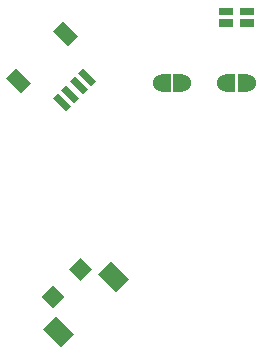
<source format=gbr>
G04 start of page 11 for group -4015 idx -4015 *
G04 Title: (unknown), toppaste *
G04 Creator: pcb 4.0.2 *
G04 CreationDate: Mon Feb 22 17:58:46 2021 UTC *
G04 For: ndholmes *
G04 Format: Gerber/RS-274X *
G04 PCB-Dimensions (mil): 4500.00 2500.00 *
G04 PCB-Coordinate-Origin: lower left *
%MOIN*%
%FSLAX25Y25*%
%LNTOPPASTE*%
%ADD63C,0.0600*%
%ADD62C,0.0001*%
G54D62*G36*
X67853Y109955D02*X63955Y113853D01*
X60052Y109950D01*
X63950Y106052D01*
X67853Y109955D01*
G37*
G36*
X76900Y119003D02*X73003Y122900D01*
X69100Y118997D01*
X72997Y115100D01*
X76900Y119003D01*
G37*
G36*
X64787Y103549D02*X60333Y99095D01*
X66458Y92971D01*
X70912Y97425D01*
X64787Y103549D01*
G37*
G36*
X83161Y121923D02*X78707Y117469D01*
X84831Y111344D01*
X89286Y115798D01*
X83161Y121923D01*
G37*
G36*
X73854Y186168D02*X72183Y184498D01*
X76498Y180183D01*
X78168Y181854D01*
X73854Y186168D01*
G37*
G36*
X71070Y183384D02*X69399Y181714D01*
X73714Y177400D01*
X75384Y179070D01*
X71070Y183384D01*
G37*
G36*
X68286Y180601D02*X66616Y178930D01*
X70930Y174616D01*
X72600Y176286D01*
X68286Y180601D01*
G37*
G36*
X65502Y177817D02*X63832Y176146D01*
X68146Y171832D01*
X69817Y173502D01*
X65502Y177817D01*
G37*
G36*
X67172Y201758D02*X63832Y198418D01*
X68843Y193407D01*
X72183Y196747D01*
X67172Y201758D01*
G37*
G36*
X51582Y186168D02*X48242Y182828D01*
X53253Y177817D01*
X56593Y181157D01*
X51582Y186168D01*
G37*
G54D63*X121600Y181000D03*
G54D62*G36*
X124600Y184000D02*X121600D01*
Y178000D01*
X124600D01*
Y184000D01*
G37*
G54D63*X128400Y181000D03*
G54D62*G36*
Y184000D02*X125400D01*
Y178000D01*
X128400D01*
Y184000D01*
G37*
G54D63*X100100Y181000D03*
G54D62*G36*
X103100Y184000D02*X100100D01*
Y178000D01*
X103100D01*
Y184000D01*
G37*
G54D63*X106900Y181000D03*
G54D62*G36*
Y184000D02*X103900D01*
Y178000D01*
X106900D01*
Y184000D01*
G37*
G36*
X119094Y202311D02*Y199949D01*
X123819D01*
Y202311D01*
X119094D01*
G37*
G36*
X126181D02*Y199949D01*
X130906D01*
Y202311D01*
X126181D01*
G37*
G36*
Y206051D02*Y203689D01*
X130906D01*
Y206051D01*
X126181D01*
G37*
G36*
X119094D02*Y203689D01*
X123819D01*
Y206051D01*
X119094D01*
G37*
M02*

</source>
